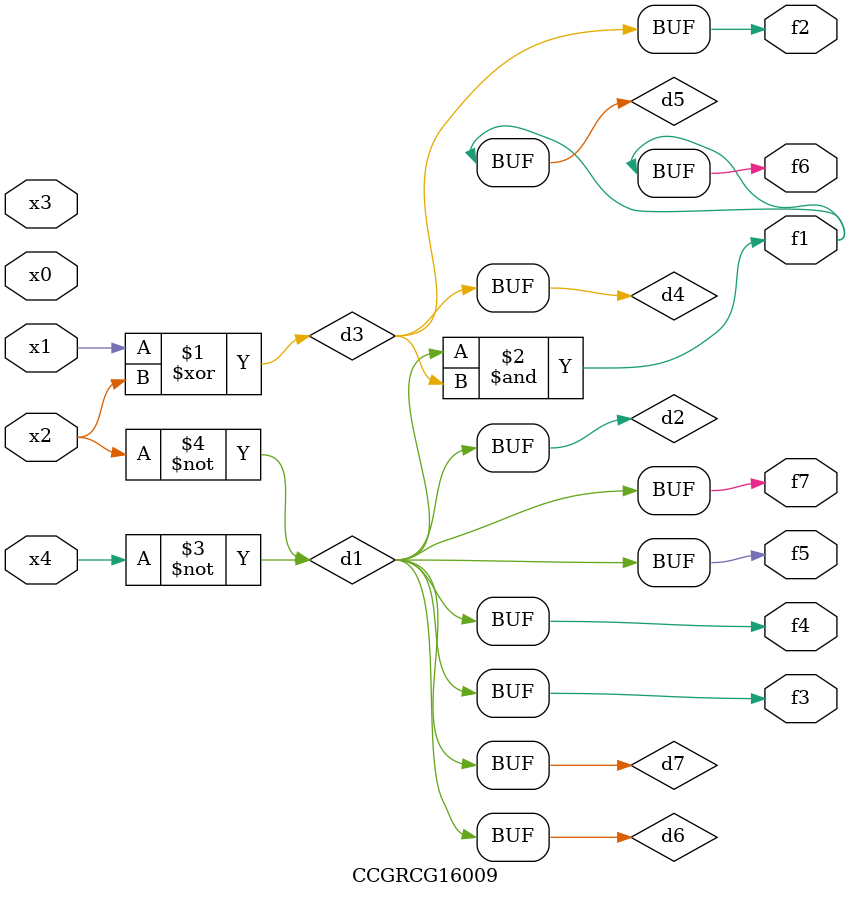
<source format=v>
module CCGRCG16009(
	input x0, x1, x2, x3, x4,
	output f1, f2, f3, f4, f5, f6, f7
);

	wire d1, d2, d3, d4, d5, d6, d7;

	not (d1, x4);
	not (d2, x2);
	xor (d3, x1, x2);
	buf (d4, d3);
	and (d5, d1, d3);
	buf (d6, d1, d2);
	buf (d7, d2);
	assign f1 = d5;
	assign f2 = d4;
	assign f3 = d7;
	assign f4 = d7;
	assign f5 = d7;
	assign f6 = d5;
	assign f7 = d7;
endmodule

</source>
